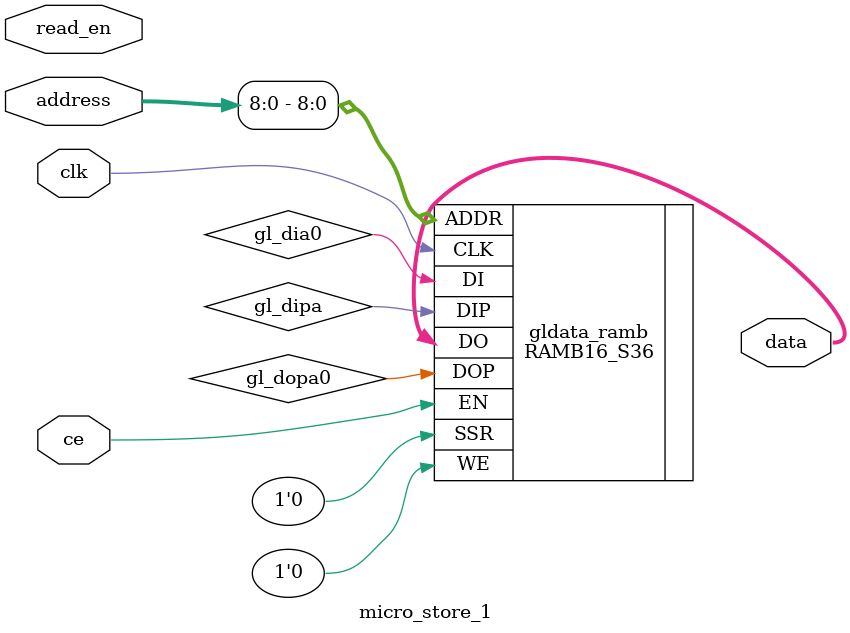
<source format=v>
`timescale 1ns / 1ps



//-----------------------------------------------------
// Design Name : rom_using_file
// File Name   : rom_using_file.v
// Function    : ROM using readmemh
// Coder       : Deepak Kumar Tala & JB
//-----------------------------------------------------

module micro_store (
address,
data,
read_en, // Read Enable 
ce,        // Chip Enable
clk);

input[9:0] address;
output[31:0] data; 
input read_en; 
input ce;

input clk; 

/*
reg[31:0] mem[0:1024] ;  
assign data = (ce && read_en) ? mem[address] : 32'b0;
*/

RAMB16_S36 gldata_rama (  .DO ( data ),
									.DOP ( gl_dopa0 ),
									.ADDR ( address[8:0] ),
									.CLK ( clk ),
									.DI ( gl_dia0 ),
									.DIP ( gl_dipa ),
									.EN ( ce ),
									.SSR ( 1'b0 ),
									.WE ( 1'b0 ));



`include "C:\\Dokumente und Einstellungen\\Jürgen Böhm\\Eigene Dateien\\lisp\\micasm\\mainmask.defparam"

/*
initial begin
  $readmemb("mainmask.micdata", mem); // memory_list is memory file
end
*/

endmodule

module micro_store_1 (
address,
data,
read_en, // Read Enable 
ce,        // Chip Enable
clk);

input[9:0] address;
output[31:0] data; 
input read_en; 
input ce; 

input clk;


/*
reg[31:0] mem[0:1024] ;  
assign data = (ce && read_en) ? mem[address] : 32'b0;

*/

RAMB16_S36 gldata_ramb (  .DO ( data ),
									.DOP ( gl_dopa0 ),
									.ADDR ( address[8:0] ),
									.CLK ( clk ),
									.DI ( gl_dia0 ),
									.DIP ( gl_dipa ),
									.EN ( ce ),
									.SSR ( 1'b0 ),
									.WE ( 1'b0 ));


/*
initial begin
  $readmemb("auxmask.micdata", mem); // memory_list is memory file
end
*/

`include "C:\\Dokumente und Einstellungen\\Jürgen Böhm\\Eigene Dateien\\lisp\\micasm\\auxmask.defparam"




endmodule









</source>
